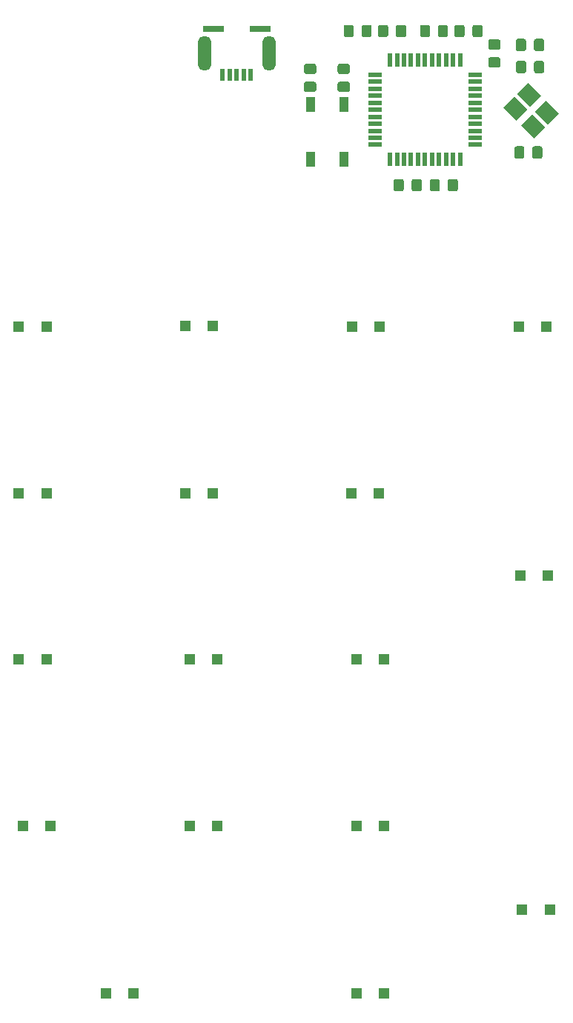
<source format=gbp>
G04 #@! TF.GenerationSoftware,KiCad,Pcbnew,(5.1.5)-3*
G04 #@! TF.CreationDate,2020-06-24T14:41:19-07:00*
G04 #@! TF.ProjectId,numpad,6e756d70-6164-42e6-9b69-6361645f7063,rev?*
G04 #@! TF.SameCoordinates,Original*
G04 #@! TF.FileFunction,Paste,Bot*
G04 #@! TF.FilePolarity,Positive*
%FSLAX46Y46*%
G04 Gerber Fmt 4.6, Leading zero omitted, Abs format (unit mm)*
G04 Created by KiCad (PCBNEW (5.1.5)-3) date 2020-06-24 14:41:19*
%MOMM*%
%LPD*%
G04 APERTURE LIST*
%ADD10R,1.200000X1.200000*%
%ADD11C,0.100000*%
%ADD12R,2.350000X0.800000*%
%ADD13R,0.500000X1.400000*%
%ADD14O,1.500000X4.000000*%
%ADD15R,1.000000X1.700000*%
%ADD16R,0.550000X1.500000*%
%ADD17R,1.500000X0.550000*%
G04 APERTURE END LIST*
D10*
X122793750Y-139875000D03*
X119643750Y-139875000D03*
D11*
G36*
X169472005Y-33304954D02*
G01*
X169496273Y-33308554D01*
X169520072Y-33314515D01*
X169543171Y-33322780D01*
X169565350Y-33333270D01*
X169586393Y-33345882D01*
X169606099Y-33360497D01*
X169624277Y-33376973D01*
X169640753Y-33395151D01*
X169655368Y-33414857D01*
X169667980Y-33435900D01*
X169678470Y-33458079D01*
X169686735Y-33481178D01*
X169692696Y-33504977D01*
X169696296Y-33529245D01*
X169697500Y-33553749D01*
X169697500Y-34453751D01*
X169696296Y-34478255D01*
X169692696Y-34502523D01*
X169686735Y-34526322D01*
X169678470Y-34549421D01*
X169667980Y-34571600D01*
X169655368Y-34592643D01*
X169640753Y-34612349D01*
X169624277Y-34630527D01*
X169606099Y-34647003D01*
X169586393Y-34661618D01*
X169565350Y-34674230D01*
X169543171Y-34684720D01*
X169520072Y-34692985D01*
X169496273Y-34698946D01*
X169472005Y-34702546D01*
X169447501Y-34703750D01*
X168797499Y-34703750D01*
X168772995Y-34702546D01*
X168748727Y-34698946D01*
X168724928Y-34692985D01*
X168701829Y-34684720D01*
X168679650Y-34674230D01*
X168658607Y-34661618D01*
X168638901Y-34647003D01*
X168620723Y-34630527D01*
X168604247Y-34612349D01*
X168589632Y-34592643D01*
X168577020Y-34571600D01*
X168566530Y-34549421D01*
X168558265Y-34526322D01*
X168552304Y-34502523D01*
X168548704Y-34478255D01*
X168547500Y-34453751D01*
X168547500Y-33553749D01*
X168548704Y-33529245D01*
X168552304Y-33504977D01*
X168558265Y-33481178D01*
X168566530Y-33458079D01*
X168577020Y-33435900D01*
X168589632Y-33414857D01*
X168604247Y-33395151D01*
X168620723Y-33376973D01*
X168638901Y-33360497D01*
X168658607Y-33345882D01*
X168679650Y-33333270D01*
X168701829Y-33322780D01*
X168724928Y-33314515D01*
X168748727Y-33308554D01*
X168772995Y-33304954D01*
X168797499Y-33303750D01*
X169447501Y-33303750D01*
X169472005Y-33304954D01*
G37*
G36*
X167422005Y-33304954D02*
G01*
X167446273Y-33308554D01*
X167470072Y-33314515D01*
X167493171Y-33322780D01*
X167515350Y-33333270D01*
X167536393Y-33345882D01*
X167556099Y-33360497D01*
X167574277Y-33376973D01*
X167590753Y-33395151D01*
X167605368Y-33414857D01*
X167617980Y-33435900D01*
X167628470Y-33458079D01*
X167636735Y-33481178D01*
X167642696Y-33504977D01*
X167646296Y-33529245D01*
X167647500Y-33553749D01*
X167647500Y-34453751D01*
X167646296Y-34478255D01*
X167642696Y-34502523D01*
X167636735Y-34526322D01*
X167628470Y-34549421D01*
X167617980Y-34571600D01*
X167605368Y-34592643D01*
X167590753Y-34612349D01*
X167574277Y-34630527D01*
X167556099Y-34647003D01*
X167536393Y-34661618D01*
X167515350Y-34674230D01*
X167493171Y-34684720D01*
X167470072Y-34692985D01*
X167446273Y-34698946D01*
X167422005Y-34702546D01*
X167397501Y-34703750D01*
X166747499Y-34703750D01*
X166722995Y-34702546D01*
X166698727Y-34698946D01*
X166674928Y-34692985D01*
X166651829Y-34684720D01*
X166629650Y-34674230D01*
X166608607Y-34661618D01*
X166588901Y-34647003D01*
X166570723Y-34630527D01*
X166554247Y-34612349D01*
X166539632Y-34592643D01*
X166527020Y-34571600D01*
X166516530Y-34549421D01*
X166508265Y-34526322D01*
X166502304Y-34502523D01*
X166498704Y-34478255D01*
X166497500Y-34453751D01*
X166497500Y-33553749D01*
X166498704Y-33529245D01*
X166502304Y-33504977D01*
X166508265Y-33481178D01*
X166516530Y-33458079D01*
X166527020Y-33435900D01*
X166539632Y-33414857D01*
X166554247Y-33395151D01*
X166570723Y-33376973D01*
X166588901Y-33360497D01*
X166608607Y-33345882D01*
X166629650Y-33333270D01*
X166651829Y-33322780D01*
X166674928Y-33314515D01*
X166698727Y-33308554D01*
X166722995Y-33304954D01*
X166747499Y-33303750D01*
X167397501Y-33303750D01*
X167422005Y-33304954D01*
G37*
G36*
X167222005Y-43054954D02*
G01*
X167246273Y-43058554D01*
X167270072Y-43064515D01*
X167293171Y-43072780D01*
X167315350Y-43083270D01*
X167336393Y-43095882D01*
X167356099Y-43110497D01*
X167374277Y-43126973D01*
X167390753Y-43145151D01*
X167405368Y-43164857D01*
X167417980Y-43185900D01*
X167428470Y-43208079D01*
X167436735Y-43231178D01*
X167442696Y-43254977D01*
X167446296Y-43279245D01*
X167447500Y-43303749D01*
X167447500Y-44203751D01*
X167446296Y-44228255D01*
X167442696Y-44252523D01*
X167436735Y-44276322D01*
X167428470Y-44299421D01*
X167417980Y-44321600D01*
X167405368Y-44342643D01*
X167390753Y-44362349D01*
X167374277Y-44380527D01*
X167356099Y-44397003D01*
X167336393Y-44411618D01*
X167315350Y-44424230D01*
X167293171Y-44434720D01*
X167270072Y-44442985D01*
X167246273Y-44448946D01*
X167222005Y-44452546D01*
X167197501Y-44453750D01*
X166547499Y-44453750D01*
X166522995Y-44452546D01*
X166498727Y-44448946D01*
X166474928Y-44442985D01*
X166451829Y-44434720D01*
X166429650Y-44424230D01*
X166408607Y-44411618D01*
X166388901Y-44397003D01*
X166370723Y-44380527D01*
X166354247Y-44362349D01*
X166339632Y-44342643D01*
X166327020Y-44321600D01*
X166316530Y-44299421D01*
X166308265Y-44276322D01*
X166302304Y-44252523D01*
X166298704Y-44228255D01*
X166297500Y-44203751D01*
X166297500Y-43303749D01*
X166298704Y-43279245D01*
X166302304Y-43254977D01*
X166308265Y-43231178D01*
X166316530Y-43208079D01*
X166327020Y-43185900D01*
X166339632Y-43164857D01*
X166354247Y-43145151D01*
X166370723Y-43126973D01*
X166388901Y-43110497D01*
X166408607Y-43095882D01*
X166429650Y-43083270D01*
X166451829Y-43072780D01*
X166474928Y-43064515D01*
X166498727Y-43058554D01*
X166522995Y-43054954D01*
X166547499Y-43053750D01*
X167197501Y-43053750D01*
X167222005Y-43054954D01*
G37*
G36*
X169272005Y-43054954D02*
G01*
X169296273Y-43058554D01*
X169320072Y-43064515D01*
X169343171Y-43072780D01*
X169365350Y-43083270D01*
X169386393Y-43095882D01*
X169406099Y-43110497D01*
X169424277Y-43126973D01*
X169440753Y-43145151D01*
X169455368Y-43164857D01*
X169467980Y-43185900D01*
X169478470Y-43208079D01*
X169486735Y-43231178D01*
X169492696Y-43254977D01*
X169496296Y-43279245D01*
X169497500Y-43303749D01*
X169497500Y-44203751D01*
X169496296Y-44228255D01*
X169492696Y-44252523D01*
X169486735Y-44276322D01*
X169478470Y-44299421D01*
X169467980Y-44321600D01*
X169455368Y-44342643D01*
X169440753Y-44362349D01*
X169424277Y-44380527D01*
X169406099Y-44397003D01*
X169386393Y-44411618D01*
X169365350Y-44424230D01*
X169343171Y-44434720D01*
X169320072Y-44442985D01*
X169296273Y-44448946D01*
X169272005Y-44452546D01*
X169247501Y-44453750D01*
X168597499Y-44453750D01*
X168572995Y-44452546D01*
X168548727Y-44448946D01*
X168524928Y-44442985D01*
X168501829Y-44434720D01*
X168479650Y-44424230D01*
X168458607Y-44411618D01*
X168438901Y-44397003D01*
X168420723Y-44380527D01*
X168404247Y-44362349D01*
X168389632Y-44342643D01*
X168377020Y-44321600D01*
X168366530Y-44299421D01*
X168358265Y-44276322D01*
X168352304Y-44252523D01*
X168348704Y-44228255D01*
X168347500Y-44203751D01*
X168347500Y-43303749D01*
X168348704Y-43279245D01*
X168352304Y-43254977D01*
X168358265Y-43231178D01*
X168366530Y-43208079D01*
X168377020Y-43185900D01*
X168389632Y-43164857D01*
X168404247Y-43145151D01*
X168420723Y-43126973D01*
X168438901Y-43110497D01*
X168458607Y-43095882D01*
X168479650Y-43083270D01*
X168501829Y-43072780D01*
X168524928Y-43064515D01*
X168548727Y-43058554D01*
X168572995Y-43054954D01*
X168597499Y-43053750D01*
X169247501Y-43053750D01*
X169272005Y-43054954D01*
G37*
G36*
X160384505Y-29179954D02*
G01*
X160408773Y-29183554D01*
X160432572Y-29189515D01*
X160455671Y-29197780D01*
X160477850Y-29208270D01*
X160498893Y-29220882D01*
X160518599Y-29235497D01*
X160536777Y-29251973D01*
X160553253Y-29270151D01*
X160567868Y-29289857D01*
X160580480Y-29310900D01*
X160590970Y-29333079D01*
X160599235Y-29356178D01*
X160605196Y-29379977D01*
X160608796Y-29404245D01*
X160610000Y-29428749D01*
X160610000Y-30328751D01*
X160608796Y-30353255D01*
X160605196Y-30377523D01*
X160599235Y-30401322D01*
X160590970Y-30424421D01*
X160580480Y-30446600D01*
X160567868Y-30467643D01*
X160553253Y-30487349D01*
X160536777Y-30505527D01*
X160518599Y-30522003D01*
X160498893Y-30536618D01*
X160477850Y-30549230D01*
X160455671Y-30559720D01*
X160432572Y-30567985D01*
X160408773Y-30573946D01*
X160384505Y-30577546D01*
X160360001Y-30578750D01*
X159709999Y-30578750D01*
X159685495Y-30577546D01*
X159661227Y-30573946D01*
X159637428Y-30567985D01*
X159614329Y-30559720D01*
X159592150Y-30549230D01*
X159571107Y-30536618D01*
X159551401Y-30522003D01*
X159533223Y-30505527D01*
X159516747Y-30487349D01*
X159502132Y-30467643D01*
X159489520Y-30446600D01*
X159479030Y-30424421D01*
X159470765Y-30401322D01*
X159464804Y-30377523D01*
X159461204Y-30353255D01*
X159460000Y-30328751D01*
X159460000Y-29428749D01*
X159461204Y-29404245D01*
X159464804Y-29379977D01*
X159470765Y-29356178D01*
X159479030Y-29333079D01*
X159489520Y-29310900D01*
X159502132Y-29289857D01*
X159516747Y-29270151D01*
X159533223Y-29251973D01*
X159551401Y-29235497D01*
X159571107Y-29220882D01*
X159592150Y-29208270D01*
X159614329Y-29197780D01*
X159637428Y-29189515D01*
X159661227Y-29183554D01*
X159685495Y-29179954D01*
X159709999Y-29178750D01*
X160360001Y-29178750D01*
X160384505Y-29179954D01*
G37*
G36*
X162434505Y-29179954D02*
G01*
X162458773Y-29183554D01*
X162482572Y-29189515D01*
X162505671Y-29197780D01*
X162527850Y-29208270D01*
X162548893Y-29220882D01*
X162568599Y-29235497D01*
X162586777Y-29251973D01*
X162603253Y-29270151D01*
X162617868Y-29289857D01*
X162630480Y-29310900D01*
X162640970Y-29333079D01*
X162649235Y-29356178D01*
X162655196Y-29379977D01*
X162658796Y-29404245D01*
X162660000Y-29428749D01*
X162660000Y-30328751D01*
X162658796Y-30353255D01*
X162655196Y-30377523D01*
X162649235Y-30401322D01*
X162640970Y-30424421D01*
X162630480Y-30446600D01*
X162617868Y-30467643D01*
X162603253Y-30487349D01*
X162586777Y-30505527D01*
X162568599Y-30522003D01*
X162548893Y-30536618D01*
X162527850Y-30549230D01*
X162505671Y-30559720D01*
X162482572Y-30567985D01*
X162458773Y-30573946D01*
X162434505Y-30577546D01*
X162410001Y-30578750D01*
X161759999Y-30578750D01*
X161735495Y-30577546D01*
X161711227Y-30573946D01*
X161687428Y-30567985D01*
X161664329Y-30559720D01*
X161642150Y-30549230D01*
X161621107Y-30536618D01*
X161601401Y-30522003D01*
X161583223Y-30505527D01*
X161566747Y-30487349D01*
X161552132Y-30467643D01*
X161539520Y-30446600D01*
X161529030Y-30424421D01*
X161520765Y-30401322D01*
X161514804Y-30377523D01*
X161511204Y-30353255D01*
X161510000Y-30328751D01*
X161510000Y-29428749D01*
X161511204Y-29404245D01*
X161514804Y-29379977D01*
X161520765Y-29356178D01*
X161529030Y-29333079D01*
X161539520Y-29310900D01*
X161552132Y-29289857D01*
X161566747Y-29270151D01*
X161583223Y-29251973D01*
X161601401Y-29235497D01*
X161621107Y-29220882D01*
X161642150Y-29208270D01*
X161664329Y-29197780D01*
X161687428Y-29189515D01*
X161711227Y-29183554D01*
X161735495Y-29179954D01*
X161759999Y-29178750D01*
X162410001Y-29178750D01*
X162434505Y-29179954D01*
G37*
G36*
X169459505Y-30773704D02*
G01*
X169483773Y-30777304D01*
X169507572Y-30783265D01*
X169530671Y-30791530D01*
X169552850Y-30802020D01*
X169573893Y-30814632D01*
X169593599Y-30829247D01*
X169611777Y-30845723D01*
X169628253Y-30863901D01*
X169642868Y-30883607D01*
X169655480Y-30904650D01*
X169665970Y-30926829D01*
X169674235Y-30949928D01*
X169680196Y-30973727D01*
X169683796Y-30997995D01*
X169685000Y-31022499D01*
X169685000Y-31922501D01*
X169683796Y-31947005D01*
X169680196Y-31971273D01*
X169674235Y-31995072D01*
X169665970Y-32018171D01*
X169655480Y-32040350D01*
X169642868Y-32061393D01*
X169628253Y-32081099D01*
X169611777Y-32099277D01*
X169593599Y-32115753D01*
X169573893Y-32130368D01*
X169552850Y-32142980D01*
X169530671Y-32153470D01*
X169507572Y-32161735D01*
X169483773Y-32167696D01*
X169459505Y-32171296D01*
X169435001Y-32172500D01*
X168784999Y-32172500D01*
X168760495Y-32171296D01*
X168736227Y-32167696D01*
X168712428Y-32161735D01*
X168689329Y-32153470D01*
X168667150Y-32142980D01*
X168646107Y-32130368D01*
X168626401Y-32115753D01*
X168608223Y-32099277D01*
X168591747Y-32081099D01*
X168577132Y-32061393D01*
X168564520Y-32040350D01*
X168554030Y-32018171D01*
X168545765Y-31995072D01*
X168539804Y-31971273D01*
X168536204Y-31947005D01*
X168535000Y-31922501D01*
X168535000Y-31022499D01*
X168536204Y-30997995D01*
X168539804Y-30973727D01*
X168545765Y-30949928D01*
X168554030Y-30926829D01*
X168564520Y-30904650D01*
X168577132Y-30883607D01*
X168591747Y-30863901D01*
X168608223Y-30845723D01*
X168626401Y-30829247D01*
X168646107Y-30814632D01*
X168667150Y-30802020D01*
X168689329Y-30791530D01*
X168712428Y-30783265D01*
X168736227Y-30777304D01*
X168760495Y-30773704D01*
X168784999Y-30772500D01*
X169435001Y-30772500D01*
X169459505Y-30773704D01*
G37*
G36*
X167409505Y-30773704D02*
G01*
X167433773Y-30777304D01*
X167457572Y-30783265D01*
X167480671Y-30791530D01*
X167502850Y-30802020D01*
X167523893Y-30814632D01*
X167543599Y-30829247D01*
X167561777Y-30845723D01*
X167578253Y-30863901D01*
X167592868Y-30883607D01*
X167605480Y-30904650D01*
X167615970Y-30926829D01*
X167624235Y-30949928D01*
X167630196Y-30973727D01*
X167633796Y-30997995D01*
X167635000Y-31022499D01*
X167635000Y-31922501D01*
X167633796Y-31947005D01*
X167630196Y-31971273D01*
X167624235Y-31995072D01*
X167615970Y-32018171D01*
X167605480Y-32040350D01*
X167592868Y-32061393D01*
X167578253Y-32081099D01*
X167561777Y-32099277D01*
X167543599Y-32115753D01*
X167523893Y-32130368D01*
X167502850Y-32142980D01*
X167480671Y-32153470D01*
X167457572Y-32161735D01*
X167433773Y-32167696D01*
X167409505Y-32171296D01*
X167385001Y-32172500D01*
X166734999Y-32172500D01*
X166710495Y-32171296D01*
X166686227Y-32167696D01*
X166662428Y-32161735D01*
X166639329Y-32153470D01*
X166617150Y-32142980D01*
X166596107Y-32130368D01*
X166576401Y-32115753D01*
X166558223Y-32099277D01*
X166541747Y-32081099D01*
X166527132Y-32061393D01*
X166514520Y-32040350D01*
X166504030Y-32018171D01*
X166495765Y-31995072D01*
X166489804Y-31971273D01*
X166486204Y-31947005D01*
X166485000Y-31922501D01*
X166485000Y-31022499D01*
X166486204Y-30997995D01*
X166489804Y-30973727D01*
X166495765Y-30949928D01*
X166504030Y-30926829D01*
X166514520Y-30904650D01*
X166527132Y-30883607D01*
X166541747Y-30863901D01*
X166558223Y-30845723D01*
X166576401Y-30829247D01*
X166596107Y-30814632D01*
X166617150Y-30802020D01*
X166639329Y-30791530D01*
X166662428Y-30783265D01*
X166686227Y-30777304D01*
X166710495Y-30773704D01*
X166734999Y-30772500D01*
X167385001Y-30772500D01*
X167409505Y-30773704D01*
G37*
G36*
X159622005Y-46804954D02*
G01*
X159646273Y-46808554D01*
X159670072Y-46814515D01*
X159693171Y-46822780D01*
X159715350Y-46833270D01*
X159736393Y-46845882D01*
X159756099Y-46860497D01*
X159774277Y-46876973D01*
X159790753Y-46895151D01*
X159805368Y-46914857D01*
X159817980Y-46935900D01*
X159828470Y-46958079D01*
X159836735Y-46981178D01*
X159842696Y-47004977D01*
X159846296Y-47029245D01*
X159847500Y-47053749D01*
X159847500Y-47953751D01*
X159846296Y-47978255D01*
X159842696Y-48002523D01*
X159836735Y-48026322D01*
X159828470Y-48049421D01*
X159817980Y-48071600D01*
X159805368Y-48092643D01*
X159790753Y-48112349D01*
X159774277Y-48130527D01*
X159756099Y-48147003D01*
X159736393Y-48161618D01*
X159715350Y-48174230D01*
X159693171Y-48184720D01*
X159670072Y-48192985D01*
X159646273Y-48198946D01*
X159622005Y-48202546D01*
X159597501Y-48203750D01*
X158947499Y-48203750D01*
X158922995Y-48202546D01*
X158898727Y-48198946D01*
X158874928Y-48192985D01*
X158851829Y-48184720D01*
X158829650Y-48174230D01*
X158808607Y-48161618D01*
X158788901Y-48147003D01*
X158770723Y-48130527D01*
X158754247Y-48112349D01*
X158739632Y-48092643D01*
X158727020Y-48071600D01*
X158716530Y-48049421D01*
X158708265Y-48026322D01*
X158702304Y-48002523D01*
X158698704Y-47978255D01*
X158697500Y-47953751D01*
X158697500Y-47053749D01*
X158698704Y-47029245D01*
X158702304Y-47004977D01*
X158708265Y-46981178D01*
X158716530Y-46958079D01*
X158727020Y-46935900D01*
X158739632Y-46914857D01*
X158754247Y-46895151D01*
X158770723Y-46876973D01*
X158788901Y-46860497D01*
X158808607Y-46845882D01*
X158829650Y-46833270D01*
X158851829Y-46822780D01*
X158874928Y-46814515D01*
X158898727Y-46808554D01*
X158922995Y-46804954D01*
X158947499Y-46803750D01*
X159597501Y-46803750D01*
X159622005Y-46804954D01*
G37*
G36*
X157572005Y-46804954D02*
G01*
X157596273Y-46808554D01*
X157620072Y-46814515D01*
X157643171Y-46822780D01*
X157665350Y-46833270D01*
X157686393Y-46845882D01*
X157706099Y-46860497D01*
X157724277Y-46876973D01*
X157740753Y-46895151D01*
X157755368Y-46914857D01*
X157767980Y-46935900D01*
X157778470Y-46958079D01*
X157786735Y-46981178D01*
X157792696Y-47004977D01*
X157796296Y-47029245D01*
X157797500Y-47053749D01*
X157797500Y-47953751D01*
X157796296Y-47978255D01*
X157792696Y-48002523D01*
X157786735Y-48026322D01*
X157778470Y-48049421D01*
X157767980Y-48071600D01*
X157755368Y-48092643D01*
X157740753Y-48112349D01*
X157724277Y-48130527D01*
X157706099Y-48147003D01*
X157686393Y-48161618D01*
X157665350Y-48174230D01*
X157643171Y-48184720D01*
X157620072Y-48192985D01*
X157596273Y-48198946D01*
X157572005Y-48202546D01*
X157547501Y-48203750D01*
X156897499Y-48203750D01*
X156872995Y-48202546D01*
X156848727Y-48198946D01*
X156824928Y-48192985D01*
X156801829Y-48184720D01*
X156779650Y-48174230D01*
X156758607Y-48161618D01*
X156738901Y-48147003D01*
X156720723Y-48130527D01*
X156704247Y-48112349D01*
X156689632Y-48092643D01*
X156677020Y-48071600D01*
X156666530Y-48049421D01*
X156658265Y-48026322D01*
X156652304Y-48002523D01*
X156648704Y-47978255D01*
X156647500Y-47953751D01*
X156647500Y-47053749D01*
X156648704Y-47029245D01*
X156652304Y-47004977D01*
X156658265Y-46981178D01*
X156666530Y-46958079D01*
X156677020Y-46935900D01*
X156689632Y-46914857D01*
X156704247Y-46895151D01*
X156720723Y-46876973D01*
X156738901Y-46860497D01*
X156758607Y-46845882D01*
X156779650Y-46833270D01*
X156801829Y-46822780D01*
X156824928Y-46814515D01*
X156848727Y-46808554D01*
X156872995Y-46804954D01*
X156897499Y-46803750D01*
X157547501Y-46803750D01*
X157572005Y-46804954D01*
G37*
G36*
X147284505Y-35679954D02*
G01*
X147308773Y-35683554D01*
X147332572Y-35689515D01*
X147355671Y-35697780D01*
X147377850Y-35708270D01*
X147398893Y-35720882D01*
X147418599Y-35735497D01*
X147436777Y-35751973D01*
X147453253Y-35770151D01*
X147467868Y-35789857D01*
X147480480Y-35810900D01*
X147490970Y-35833079D01*
X147499235Y-35856178D01*
X147505196Y-35879977D01*
X147508796Y-35904245D01*
X147510000Y-35928749D01*
X147510000Y-36578751D01*
X147508796Y-36603255D01*
X147505196Y-36627523D01*
X147499235Y-36651322D01*
X147490970Y-36674421D01*
X147480480Y-36696600D01*
X147467868Y-36717643D01*
X147453253Y-36737349D01*
X147436777Y-36755527D01*
X147418599Y-36772003D01*
X147398893Y-36786618D01*
X147377850Y-36799230D01*
X147355671Y-36809720D01*
X147332572Y-36817985D01*
X147308773Y-36823946D01*
X147284505Y-36827546D01*
X147260001Y-36828750D01*
X146359999Y-36828750D01*
X146335495Y-36827546D01*
X146311227Y-36823946D01*
X146287428Y-36817985D01*
X146264329Y-36809720D01*
X146242150Y-36799230D01*
X146221107Y-36786618D01*
X146201401Y-36772003D01*
X146183223Y-36755527D01*
X146166747Y-36737349D01*
X146152132Y-36717643D01*
X146139520Y-36696600D01*
X146129030Y-36674421D01*
X146120765Y-36651322D01*
X146114804Y-36627523D01*
X146111204Y-36603255D01*
X146110000Y-36578751D01*
X146110000Y-35928749D01*
X146111204Y-35904245D01*
X146114804Y-35879977D01*
X146120765Y-35856178D01*
X146129030Y-35833079D01*
X146139520Y-35810900D01*
X146152132Y-35789857D01*
X146166747Y-35770151D01*
X146183223Y-35751973D01*
X146201401Y-35735497D01*
X146221107Y-35720882D01*
X146242150Y-35708270D01*
X146264329Y-35697780D01*
X146287428Y-35689515D01*
X146311227Y-35683554D01*
X146335495Y-35679954D01*
X146359999Y-35678750D01*
X147260001Y-35678750D01*
X147284505Y-35679954D01*
G37*
G36*
X147284505Y-33629954D02*
G01*
X147308773Y-33633554D01*
X147332572Y-33639515D01*
X147355671Y-33647780D01*
X147377850Y-33658270D01*
X147398893Y-33670882D01*
X147418599Y-33685497D01*
X147436777Y-33701973D01*
X147453253Y-33720151D01*
X147467868Y-33739857D01*
X147480480Y-33760900D01*
X147490970Y-33783079D01*
X147499235Y-33806178D01*
X147505196Y-33829977D01*
X147508796Y-33854245D01*
X147510000Y-33878749D01*
X147510000Y-34528751D01*
X147508796Y-34553255D01*
X147505196Y-34577523D01*
X147499235Y-34601322D01*
X147490970Y-34624421D01*
X147480480Y-34646600D01*
X147467868Y-34667643D01*
X147453253Y-34687349D01*
X147436777Y-34705527D01*
X147418599Y-34722003D01*
X147398893Y-34736618D01*
X147377850Y-34749230D01*
X147355671Y-34759720D01*
X147332572Y-34767985D01*
X147308773Y-34773946D01*
X147284505Y-34777546D01*
X147260001Y-34778750D01*
X146359999Y-34778750D01*
X146335495Y-34777546D01*
X146311227Y-34773946D01*
X146287428Y-34767985D01*
X146264329Y-34759720D01*
X146242150Y-34749230D01*
X146221107Y-34736618D01*
X146201401Y-34722003D01*
X146183223Y-34705527D01*
X146166747Y-34687349D01*
X146152132Y-34667643D01*
X146139520Y-34646600D01*
X146129030Y-34624421D01*
X146120765Y-34601322D01*
X146114804Y-34577523D01*
X146111204Y-34553255D01*
X146110000Y-34528751D01*
X146110000Y-33878749D01*
X146111204Y-33854245D01*
X146114804Y-33829977D01*
X146120765Y-33806178D01*
X146129030Y-33783079D01*
X146139520Y-33760900D01*
X146152132Y-33739857D01*
X146166747Y-33720151D01*
X146183223Y-33701973D01*
X146201401Y-33685497D01*
X146221107Y-33670882D01*
X146242150Y-33658270D01*
X146264329Y-33647780D01*
X146287428Y-33639515D01*
X146311227Y-33633554D01*
X146335495Y-33629954D01*
X146359999Y-33628750D01*
X147260001Y-33628750D01*
X147284505Y-33629954D01*
G37*
G36*
X149772005Y-29179954D02*
G01*
X149796273Y-29183554D01*
X149820072Y-29189515D01*
X149843171Y-29197780D01*
X149865350Y-29208270D01*
X149886393Y-29220882D01*
X149906099Y-29235497D01*
X149924277Y-29251973D01*
X149940753Y-29270151D01*
X149955368Y-29289857D01*
X149967980Y-29310900D01*
X149978470Y-29333079D01*
X149986735Y-29356178D01*
X149992696Y-29379977D01*
X149996296Y-29404245D01*
X149997500Y-29428749D01*
X149997500Y-30328751D01*
X149996296Y-30353255D01*
X149992696Y-30377523D01*
X149986735Y-30401322D01*
X149978470Y-30424421D01*
X149967980Y-30446600D01*
X149955368Y-30467643D01*
X149940753Y-30487349D01*
X149924277Y-30505527D01*
X149906099Y-30522003D01*
X149886393Y-30536618D01*
X149865350Y-30549230D01*
X149843171Y-30559720D01*
X149820072Y-30567985D01*
X149796273Y-30573946D01*
X149772005Y-30577546D01*
X149747501Y-30578750D01*
X149097499Y-30578750D01*
X149072995Y-30577546D01*
X149048727Y-30573946D01*
X149024928Y-30567985D01*
X149001829Y-30559720D01*
X148979650Y-30549230D01*
X148958607Y-30536618D01*
X148938901Y-30522003D01*
X148920723Y-30505527D01*
X148904247Y-30487349D01*
X148889632Y-30467643D01*
X148877020Y-30446600D01*
X148866530Y-30424421D01*
X148858265Y-30401322D01*
X148852304Y-30377523D01*
X148848704Y-30353255D01*
X148847500Y-30328751D01*
X148847500Y-29428749D01*
X148848704Y-29404245D01*
X148852304Y-29379977D01*
X148858265Y-29356178D01*
X148866530Y-29333079D01*
X148877020Y-29310900D01*
X148889632Y-29289857D01*
X148904247Y-29270151D01*
X148920723Y-29251973D01*
X148938901Y-29235497D01*
X148958607Y-29220882D01*
X148979650Y-29208270D01*
X149001829Y-29197780D01*
X149024928Y-29189515D01*
X149048727Y-29183554D01*
X149072995Y-29179954D01*
X149097499Y-29178750D01*
X149747501Y-29178750D01*
X149772005Y-29179954D01*
G37*
G36*
X147722005Y-29179954D02*
G01*
X147746273Y-29183554D01*
X147770072Y-29189515D01*
X147793171Y-29197780D01*
X147815350Y-29208270D01*
X147836393Y-29220882D01*
X147856099Y-29235497D01*
X147874277Y-29251973D01*
X147890753Y-29270151D01*
X147905368Y-29289857D01*
X147917980Y-29310900D01*
X147928470Y-29333079D01*
X147936735Y-29356178D01*
X147942696Y-29379977D01*
X147946296Y-29404245D01*
X147947500Y-29428749D01*
X147947500Y-30328751D01*
X147946296Y-30353255D01*
X147942696Y-30377523D01*
X147936735Y-30401322D01*
X147928470Y-30424421D01*
X147917980Y-30446600D01*
X147905368Y-30467643D01*
X147890753Y-30487349D01*
X147874277Y-30505527D01*
X147856099Y-30522003D01*
X147836393Y-30536618D01*
X147815350Y-30549230D01*
X147793171Y-30559720D01*
X147770072Y-30567985D01*
X147746273Y-30573946D01*
X147722005Y-30577546D01*
X147697501Y-30578750D01*
X147047499Y-30578750D01*
X147022995Y-30577546D01*
X146998727Y-30573946D01*
X146974928Y-30567985D01*
X146951829Y-30559720D01*
X146929650Y-30549230D01*
X146908607Y-30536618D01*
X146888901Y-30522003D01*
X146870723Y-30505527D01*
X146854247Y-30487349D01*
X146839632Y-30467643D01*
X146827020Y-30446600D01*
X146816530Y-30424421D01*
X146808265Y-30401322D01*
X146802304Y-30377523D01*
X146798704Y-30353255D01*
X146797500Y-30328751D01*
X146797500Y-29428749D01*
X146798704Y-29404245D01*
X146802304Y-29379977D01*
X146808265Y-29356178D01*
X146816530Y-29333079D01*
X146827020Y-29310900D01*
X146839632Y-29289857D01*
X146854247Y-29270151D01*
X146870723Y-29251973D01*
X146888901Y-29235497D01*
X146908607Y-29220882D01*
X146929650Y-29208270D01*
X146951829Y-29197780D01*
X146974928Y-29189515D01*
X146998727Y-29183554D01*
X147022995Y-29179954D01*
X147047499Y-29178750D01*
X147697501Y-29178750D01*
X147722005Y-29179954D01*
G37*
G36*
X158490755Y-29179954D02*
G01*
X158515023Y-29183554D01*
X158538822Y-29189515D01*
X158561921Y-29197780D01*
X158584100Y-29208270D01*
X158605143Y-29220882D01*
X158624849Y-29235497D01*
X158643027Y-29251973D01*
X158659503Y-29270151D01*
X158674118Y-29289857D01*
X158686730Y-29310900D01*
X158697220Y-29333079D01*
X158705485Y-29356178D01*
X158711446Y-29379977D01*
X158715046Y-29404245D01*
X158716250Y-29428749D01*
X158716250Y-30328751D01*
X158715046Y-30353255D01*
X158711446Y-30377523D01*
X158705485Y-30401322D01*
X158697220Y-30424421D01*
X158686730Y-30446600D01*
X158674118Y-30467643D01*
X158659503Y-30487349D01*
X158643027Y-30505527D01*
X158624849Y-30522003D01*
X158605143Y-30536618D01*
X158584100Y-30549230D01*
X158561921Y-30559720D01*
X158538822Y-30567985D01*
X158515023Y-30573946D01*
X158490755Y-30577546D01*
X158466251Y-30578750D01*
X157816249Y-30578750D01*
X157791745Y-30577546D01*
X157767477Y-30573946D01*
X157743678Y-30567985D01*
X157720579Y-30559720D01*
X157698400Y-30549230D01*
X157677357Y-30536618D01*
X157657651Y-30522003D01*
X157639473Y-30505527D01*
X157622997Y-30487349D01*
X157608382Y-30467643D01*
X157595770Y-30446600D01*
X157585280Y-30424421D01*
X157577015Y-30401322D01*
X157571054Y-30377523D01*
X157567454Y-30353255D01*
X157566250Y-30328751D01*
X157566250Y-29428749D01*
X157567454Y-29404245D01*
X157571054Y-29379977D01*
X157577015Y-29356178D01*
X157585280Y-29333079D01*
X157595770Y-29310900D01*
X157608382Y-29289857D01*
X157622997Y-29270151D01*
X157639473Y-29251973D01*
X157657651Y-29235497D01*
X157677357Y-29220882D01*
X157698400Y-29208270D01*
X157720579Y-29197780D01*
X157743678Y-29189515D01*
X157767477Y-29183554D01*
X157791745Y-29179954D01*
X157816249Y-29178750D01*
X158466251Y-29178750D01*
X158490755Y-29179954D01*
G37*
G36*
X156440755Y-29179954D02*
G01*
X156465023Y-29183554D01*
X156488822Y-29189515D01*
X156511921Y-29197780D01*
X156534100Y-29208270D01*
X156555143Y-29220882D01*
X156574849Y-29235497D01*
X156593027Y-29251973D01*
X156609503Y-29270151D01*
X156624118Y-29289857D01*
X156636730Y-29310900D01*
X156647220Y-29333079D01*
X156655485Y-29356178D01*
X156661446Y-29379977D01*
X156665046Y-29404245D01*
X156666250Y-29428749D01*
X156666250Y-30328751D01*
X156665046Y-30353255D01*
X156661446Y-30377523D01*
X156655485Y-30401322D01*
X156647220Y-30424421D01*
X156636730Y-30446600D01*
X156624118Y-30467643D01*
X156609503Y-30487349D01*
X156593027Y-30505527D01*
X156574849Y-30522003D01*
X156555143Y-30536618D01*
X156534100Y-30549230D01*
X156511921Y-30559720D01*
X156488822Y-30567985D01*
X156465023Y-30573946D01*
X156440755Y-30577546D01*
X156416251Y-30578750D01*
X155766249Y-30578750D01*
X155741745Y-30577546D01*
X155717477Y-30573946D01*
X155693678Y-30567985D01*
X155670579Y-30559720D01*
X155648400Y-30549230D01*
X155627357Y-30536618D01*
X155607651Y-30522003D01*
X155589473Y-30505527D01*
X155572997Y-30487349D01*
X155558382Y-30467643D01*
X155545770Y-30446600D01*
X155535280Y-30424421D01*
X155527015Y-30401322D01*
X155521054Y-30377523D01*
X155517454Y-30353255D01*
X155516250Y-30328751D01*
X155516250Y-29428749D01*
X155517454Y-29404245D01*
X155521054Y-29379977D01*
X155527015Y-29356178D01*
X155535280Y-29333079D01*
X155545770Y-29310900D01*
X155558382Y-29289857D01*
X155572997Y-29270151D01*
X155589473Y-29251973D01*
X155607651Y-29235497D01*
X155627357Y-29220882D01*
X155648400Y-29208270D01*
X155670579Y-29197780D01*
X155693678Y-29189515D01*
X155717477Y-29183554D01*
X155741745Y-29179954D01*
X155766249Y-29178750D01*
X156416251Y-29178750D01*
X156440755Y-29179954D01*
G37*
D10*
X109706250Y-63656250D03*
X112856250Y-63656250D03*
X112856250Y-82687500D03*
X109706250Y-82687500D03*
X109706250Y-101718750D03*
X112856250Y-101718750D03*
X113325000Y-120750000D03*
X110175000Y-120750000D03*
X131887500Y-63562500D03*
X128737500Y-63562500D03*
X128737500Y-82687500D03*
X131887500Y-82687500D03*
X132356250Y-101718750D03*
X129206250Y-101718750D03*
X129206250Y-120750000D03*
X132356250Y-120750000D03*
X147768750Y-63656250D03*
X150918750Y-63656250D03*
X150843750Y-82687500D03*
X147693750Y-82687500D03*
X151387500Y-101718750D03*
X148237500Y-101718750D03*
X151387500Y-120750000D03*
X148237500Y-120750000D03*
X151387500Y-139875000D03*
X148237500Y-139875000D03*
X166800000Y-63656250D03*
X169950000Y-63656250D03*
X166987500Y-92156250D03*
X170137500Y-92156250D03*
X167193750Y-130312500D03*
X170343750Y-130312500D03*
D12*
X137265000Y-29650000D03*
X131915000Y-29650000D03*
D13*
X132990000Y-34850000D03*
X133790000Y-34850000D03*
X134590000Y-34850000D03*
X135390000Y-34850000D03*
X136190000Y-34850000D03*
D14*
X130940000Y-32450000D03*
X138240000Y-32450000D03*
D11*
G36*
X143440755Y-35679954D02*
G01*
X143465023Y-35683554D01*
X143488822Y-35689515D01*
X143511921Y-35697780D01*
X143534100Y-35708270D01*
X143555143Y-35720882D01*
X143574849Y-35735497D01*
X143593027Y-35751973D01*
X143609503Y-35770151D01*
X143624118Y-35789857D01*
X143636730Y-35810900D01*
X143647220Y-35833079D01*
X143655485Y-35856178D01*
X143661446Y-35879977D01*
X143665046Y-35904245D01*
X143666250Y-35928749D01*
X143666250Y-36578751D01*
X143665046Y-36603255D01*
X143661446Y-36627523D01*
X143655485Y-36651322D01*
X143647220Y-36674421D01*
X143636730Y-36696600D01*
X143624118Y-36717643D01*
X143609503Y-36737349D01*
X143593027Y-36755527D01*
X143574849Y-36772003D01*
X143555143Y-36786618D01*
X143534100Y-36799230D01*
X143511921Y-36809720D01*
X143488822Y-36817985D01*
X143465023Y-36823946D01*
X143440755Y-36827546D01*
X143416251Y-36828750D01*
X142516249Y-36828750D01*
X142491745Y-36827546D01*
X142467477Y-36823946D01*
X142443678Y-36817985D01*
X142420579Y-36809720D01*
X142398400Y-36799230D01*
X142377357Y-36786618D01*
X142357651Y-36772003D01*
X142339473Y-36755527D01*
X142322997Y-36737349D01*
X142308382Y-36717643D01*
X142295770Y-36696600D01*
X142285280Y-36674421D01*
X142277015Y-36651322D01*
X142271054Y-36627523D01*
X142267454Y-36603255D01*
X142266250Y-36578751D01*
X142266250Y-35928749D01*
X142267454Y-35904245D01*
X142271054Y-35879977D01*
X142277015Y-35856178D01*
X142285280Y-35833079D01*
X142295770Y-35810900D01*
X142308382Y-35789857D01*
X142322997Y-35770151D01*
X142339473Y-35751973D01*
X142357651Y-35735497D01*
X142377357Y-35720882D01*
X142398400Y-35708270D01*
X142420579Y-35697780D01*
X142443678Y-35689515D01*
X142467477Y-35683554D01*
X142491745Y-35679954D01*
X142516249Y-35678750D01*
X143416251Y-35678750D01*
X143440755Y-35679954D01*
G37*
G36*
X143440755Y-33629954D02*
G01*
X143465023Y-33633554D01*
X143488822Y-33639515D01*
X143511921Y-33647780D01*
X143534100Y-33658270D01*
X143555143Y-33670882D01*
X143574849Y-33685497D01*
X143593027Y-33701973D01*
X143609503Y-33720151D01*
X143624118Y-33739857D01*
X143636730Y-33760900D01*
X143647220Y-33783079D01*
X143655485Y-33806178D01*
X143661446Y-33829977D01*
X143665046Y-33854245D01*
X143666250Y-33878749D01*
X143666250Y-34528751D01*
X143665046Y-34553255D01*
X143661446Y-34577523D01*
X143655485Y-34601322D01*
X143647220Y-34624421D01*
X143636730Y-34646600D01*
X143624118Y-34667643D01*
X143609503Y-34687349D01*
X143593027Y-34705527D01*
X143574849Y-34722003D01*
X143555143Y-34736618D01*
X143534100Y-34749230D01*
X143511921Y-34759720D01*
X143488822Y-34767985D01*
X143465023Y-34773946D01*
X143440755Y-34777546D01*
X143416251Y-34778750D01*
X142516249Y-34778750D01*
X142491745Y-34777546D01*
X142467477Y-34773946D01*
X142443678Y-34767985D01*
X142420579Y-34759720D01*
X142398400Y-34749230D01*
X142377357Y-34736618D01*
X142357651Y-34722003D01*
X142339473Y-34705527D01*
X142322997Y-34687349D01*
X142308382Y-34667643D01*
X142295770Y-34646600D01*
X142285280Y-34624421D01*
X142277015Y-34601322D01*
X142271054Y-34577523D01*
X142267454Y-34553255D01*
X142266250Y-34528751D01*
X142266250Y-33878749D01*
X142267454Y-33854245D01*
X142271054Y-33829977D01*
X142277015Y-33806178D01*
X142285280Y-33783079D01*
X142295770Y-33760900D01*
X142308382Y-33739857D01*
X142322997Y-33720151D01*
X142339473Y-33701973D01*
X142357651Y-33685497D01*
X142377357Y-33670882D01*
X142398400Y-33658270D01*
X142420579Y-33647780D01*
X142443678Y-33639515D01*
X142467477Y-33633554D01*
X142491745Y-33629954D01*
X142516249Y-33628750D01*
X143416251Y-33628750D01*
X143440755Y-33629954D01*
G37*
G36*
X153440755Y-46804954D02*
G01*
X153465023Y-46808554D01*
X153488822Y-46814515D01*
X153511921Y-46822780D01*
X153534100Y-46833270D01*
X153555143Y-46845882D01*
X153574849Y-46860497D01*
X153593027Y-46876973D01*
X153609503Y-46895151D01*
X153624118Y-46914857D01*
X153636730Y-46935900D01*
X153647220Y-46958079D01*
X153655485Y-46981178D01*
X153661446Y-47004977D01*
X153665046Y-47029245D01*
X153666250Y-47053749D01*
X153666250Y-47953751D01*
X153665046Y-47978255D01*
X153661446Y-48002523D01*
X153655485Y-48026322D01*
X153647220Y-48049421D01*
X153636730Y-48071600D01*
X153624118Y-48092643D01*
X153609503Y-48112349D01*
X153593027Y-48130527D01*
X153574849Y-48147003D01*
X153555143Y-48161618D01*
X153534100Y-48174230D01*
X153511921Y-48184720D01*
X153488822Y-48192985D01*
X153465023Y-48198946D01*
X153440755Y-48202546D01*
X153416251Y-48203750D01*
X152766249Y-48203750D01*
X152741745Y-48202546D01*
X152717477Y-48198946D01*
X152693678Y-48192985D01*
X152670579Y-48184720D01*
X152648400Y-48174230D01*
X152627357Y-48161618D01*
X152607651Y-48147003D01*
X152589473Y-48130527D01*
X152572997Y-48112349D01*
X152558382Y-48092643D01*
X152545770Y-48071600D01*
X152535280Y-48049421D01*
X152527015Y-48026322D01*
X152521054Y-48002523D01*
X152517454Y-47978255D01*
X152516250Y-47953751D01*
X152516250Y-47053749D01*
X152517454Y-47029245D01*
X152521054Y-47004977D01*
X152527015Y-46981178D01*
X152535280Y-46958079D01*
X152545770Y-46935900D01*
X152558382Y-46914857D01*
X152572997Y-46895151D01*
X152589473Y-46876973D01*
X152607651Y-46860497D01*
X152627357Y-46845882D01*
X152648400Y-46833270D01*
X152670579Y-46822780D01*
X152693678Y-46814515D01*
X152717477Y-46808554D01*
X152741745Y-46804954D01*
X152766249Y-46803750D01*
X153416251Y-46803750D01*
X153440755Y-46804954D01*
G37*
G36*
X155490755Y-46804954D02*
G01*
X155515023Y-46808554D01*
X155538822Y-46814515D01*
X155561921Y-46822780D01*
X155584100Y-46833270D01*
X155605143Y-46845882D01*
X155624849Y-46860497D01*
X155643027Y-46876973D01*
X155659503Y-46895151D01*
X155674118Y-46914857D01*
X155686730Y-46935900D01*
X155697220Y-46958079D01*
X155705485Y-46981178D01*
X155711446Y-47004977D01*
X155715046Y-47029245D01*
X155716250Y-47053749D01*
X155716250Y-47953751D01*
X155715046Y-47978255D01*
X155711446Y-48002523D01*
X155705485Y-48026322D01*
X155697220Y-48049421D01*
X155686730Y-48071600D01*
X155674118Y-48092643D01*
X155659503Y-48112349D01*
X155643027Y-48130527D01*
X155624849Y-48147003D01*
X155605143Y-48161618D01*
X155584100Y-48174230D01*
X155561921Y-48184720D01*
X155538822Y-48192985D01*
X155515023Y-48198946D01*
X155490755Y-48202546D01*
X155466251Y-48203750D01*
X154816249Y-48203750D01*
X154791745Y-48202546D01*
X154767477Y-48198946D01*
X154743678Y-48192985D01*
X154720579Y-48184720D01*
X154698400Y-48174230D01*
X154677357Y-48161618D01*
X154657651Y-48147003D01*
X154639473Y-48130527D01*
X154622997Y-48112349D01*
X154608382Y-48092643D01*
X154595770Y-48071600D01*
X154585280Y-48049421D01*
X154577015Y-48026322D01*
X154571054Y-48002523D01*
X154567454Y-47978255D01*
X154566250Y-47953751D01*
X154566250Y-47053749D01*
X154567454Y-47029245D01*
X154571054Y-47004977D01*
X154577015Y-46981178D01*
X154585280Y-46958079D01*
X154595770Y-46935900D01*
X154608382Y-46914857D01*
X154622997Y-46895151D01*
X154639473Y-46876973D01*
X154657651Y-46860497D01*
X154677357Y-46845882D01*
X154698400Y-46833270D01*
X154720579Y-46822780D01*
X154743678Y-46814515D01*
X154767477Y-46808554D01*
X154791745Y-46804954D01*
X154816249Y-46803750D01*
X155466251Y-46803750D01*
X155490755Y-46804954D01*
G37*
G36*
X151649505Y-29181204D02*
G01*
X151673773Y-29184804D01*
X151697572Y-29190765D01*
X151720671Y-29199030D01*
X151742850Y-29209520D01*
X151763893Y-29222132D01*
X151783599Y-29236747D01*
X151801777Y-29253223D01*
X151818253Y-29271401D01*
X151832868Y-29291107D01*
X151845480Y-29312150D01*
X151855970Y-29334329D01*
X151864235Y-29357428D01*
X151870196Y-29381227D01*
X151873796Y-29405495D01*
X151875000Y-29429999D01*
X151875000Y-30330001D01*
X151873796Y-30354505D01*
X151870196Y-30378773D01*
X151864235Y-30402572D01*
X151855970Y-30425671D01*
X151845480Y-30447850D01*
X151832868Y-30468893D01*
X151818253Y-30488599D01*
X151801777Y-30506777D01*
X151783599Y-30523253D01*
X151763893Y-30537868D01*
X151742850Y-30550480D01*
X151720671Y-30560970D01*
X151697572Y-30569235D01*
X151673773Y-30575196D01*
X151649505Y-30578796D01*
X151625001Y-30580000D01*
X150974999Y-30580000D01*
X150950495Y-30578796D01*
X150926227Y-30575196D01*
X150902428Y-30569235D01*
X150879329Y-30560970D01*
X150857150Y-30550480D01*
X150836107Y-30537868D01*
X150816401Y-30523253D01*
X150798223Y-30506777D01*
X150781747Y-30488599D01*
X150767132Y-30468893D01*
X150754520Y-30447850D01*
X150744030Y-30425671D01*
X150735765Y-30402572D01*
X150729804Y-30378773D01*
X150726204Y-30354505D01*
X150725000Y-30330001D01*
X150725000Y-29429999D01*
X150726204Y-29405495D01*
X150729804Y-29381227D01*
X150735765Y-29357428D01*
X150744030Y-29334329D01*
X150754520Y-29312150D01*
X150767132Y-29291107D01*
X150781747Y-29271401D01*
X150798223Y-29253223D01*
X150816401Y-29236747D01*
X150836107Y-29222132D01*
X150857150Y-29209520D01*
X150879329Y-29199030D01*
X150902428Y-29190765D01*
X150926227Y-29184804D01*
X150950495Y-29181204D01*
X150974999Y-29180000D01*
X151625001Y-29180000D01*
X151649505Y-29181204D01*
G37*
G36*
X153699505Y-29181204D02*
G01*
X153723773Y-29184804D01*
X153747572Y-29190765D01*
X153770671Y-29199030D01*
X153792850Y-29209520D01*
X153813893Y-29222132D01*
X153833599Y-29236747D01*
X153851777Y-29253223D01*
X153868253Y-29271401D01*
X153882868Y-29291107D01*
X153895480Y-29312150D01*
X153905970Y-29334329D01*
X153914235Y-29357428D01*
X153920196Y-29381227D01*
X153923796Y-29405495D01*
X153925000Y-29429999D01*
X153925000Y-30330001D01*
X153923796Y-30354505D01*
X153920196Y-30378773D01*
X153914235Y-30402572D01*
X153905970Y-30425671D01*
X153895480Y-30447850D01*
X153882868Y-30468893D01*
X153868253Y-30488599D01*
X153851777Y-30506777D01*
X153833599Y-30523253D01*
X153813893Y-30537868D01*
X153792850Y-30550480D01*
X153770671Y-30560970D01*
X153747572Y-30569235D01*
X153723773Y-30575196D01*
X153699505Y-30578796D01*
X153675001Y-30580000D01*
X153024999Y-30580000D01*
X153000495Y-30578796D01*
X152976227Y-30575196D01*
X152952428Y-30569235D01*
X152929329Y-30560970D01*
X152907150Y-30550480D01*
X152886107Y-30537868D01*
X152866401Y-30523253D01*
X152848223Y-30506777D01*
X152831747Y-30488599D01*
X152817132Y-30468893D01*
X152804520Y-30447850D01*
X152794030Y-30425671D01*
X152785765Y-30402572D01*
X152779804Y-30378773D01*
X152776204Y-30354505D01*
X152775000Y-30330001D01*
X152775000Y-29429999D01*
X152776204Y-29405495D01*
X152779804Y-29381227D01*
X152785765Y-29357428D01*
X152794030Y-29334329D01*
X152804520Y-29312150D01*
X152817132Y-29291107D01*
X152831747Y-29271401D01*
X152848223Y-29253223D01*
X152866401Y-29236747D01*
X152886107Y-29222132D01*
X152907150Y-29209520D01*
X152929329Y-29199030D01*
X152952428Y-29190765D01*
X152976227Y-29184804D01*
X153000495Y-29181204D01*
X153024999Y-29180000D01*
X153675001Y-29180000D01*
X153699505Y-29181204D01*
G37*
G36*
X164484505Y-30836204D02*
G01*
X164508773Y-30839804D01*
X164532572Y-30845765D01*
X164555671Y-30854030D01*
X164577850Y-30864520D01*
X164598893Y-30877132D01*
X164618599Y-30891747D01*
X164636777Y-30908223D01*
X164653253Y-30926401D01*
X164667868Y-30946107D01*
X164680480Y-30967150D01*
X164690970Y-30989329D01*
X164699235Y-31012428D01*
X164705196Y-31036227D01*
X164708796Y-31060495D01*
X164710000Y-31084999D01*
X164710000Y-31735001D01*
X164708796Y-31759505D01*
X164705196Y-31783773D01*
X164699235Y-31807572D01*
X164690970Y-31830671D01*
X164680480Y-31852850D01*
X164667868Y-31873893D01*
X164653253Y-31893599D01*
X164636777Y-31911777D01*
X164618599Y-31928253D01*
X164598893Y-31942868D01*
X164577850Y-31955480D01*
X164555671Y-31965970D01*
X164532572Y-31974235D01*
X164508773Y-31980196D01*
X164484505Y-31983796D01*
X164460001Y-31985000D01*
X163559999Y-31985000D01*
X163535495Y-31983796D01*
X163511227Y-31980196D01*
X163487428Y-31974235D01*
X163464329Y-31965970D01*
X163442150Y-31955480D01*
X163421107Y-31942868D01*
X163401401Y-31928253D01*
X163383223Y-31911777D01*
X163366747Y-31893599D01*
X163352132Y-31873893D01*
X163339520Y-31852850D01*
X163329030Y-31830671D01*
X163320765Y-31807572D01*
X163314804Y-31783773D01*
X163311204Y-31759505D01*
X163310000Y-31735001D01*
X163310000Y-31084999D01*
X163311204Y-31060495D01*
X163314804Y-31036227D01*
X163320765Y-31012428D01*
X163329030Y-30989329D01*
X163339520Y-30967150D01*
X163352132Y-30946107D01*
X163366747Y-30926401D01*
X163383223Y-30908223D01*
X163401401Y-30891747D01*
X163421107Y-30877132D01*
X163442150Y-30864520D01*
X163464329Y-30854030D01*
X163487428Y-30845765D01*
X163511227Y-30839804D01*
X163535495Y-30836204D01*
X163559999Y-30835000D01*
X164460001Y-30835000D01*
X164484505Y-30836204D01*
G37*
G36*
X164484505Y-32886204D02*
G01*
X164508773Y-32889804D01*
X164532572Y-32895765D01*
X164555671Y-32904030D01*
X164577850Y-32914520D01*
X164598893Y-32927132D01*
X164618599Y-32941747D01*
X164636777Y-32958223D01*
X164653253Y-32976401D01*
X164667868Y-32996107D01*
X164680480Y-33017150D01*
X164690970Y-33039329D01*
X164699235Y-33062428D01*
X164705196Y-33086227D01*
X164708796Y-33110495D01*
X164710000Y-33134999D01*
X164710000Y-33785001D01*
X164708796Y-33809505D01*
X164705196Y-33833773D01*
X164699235Y-33857572D01*
X164690970Y-33880671D01*
X164680480Y-33902850D01*
X164667868Y-33923893D01*
X164653253Y-33943599D01*
X164636777Y-33961777D01*
X164618599Y-33978253D01*
X164598893Y-33992868D01*
X164577850Y-34005480D01*
X164555671Y-34015970D01*
X164532572Y-34024235D01*
X164508773Y-34030196D01*
X164484505Y-34033796D01*
X164460001Y-34035000D01*
X163559999Y-34035000D01*
X163535495Y-34033796D01*
X163511227Y-34030196D01*
X163487428Y-34024235D01*
X163464329Y-34015970D01*
X163442150Y-34005480D01*
X163421107Y-33992868D01*
X163401401Y-33978253D01*
X163383223Y-33961777D01*
X163366747Y-33943599D01*
X163352132Y-33923893D01*
X163339520Y-33902850D01*
X163329030Y-33880671D01*
X163320765Y-33857572D01*
X163314804Y-33833773D01*
X163311204Y-33809505D01*
X163310000Y-33785001D01*
X163310000Y-33134999D01*
X163311204Y-33110495D01*
X163314804Y-33086227D01*
X163320765Y-33062428D01*
X163329030Y-33039329D01*
X163339520Y-33017150D01*
X163352132Y-32996107D01*
X163366747Y-32976401D01*
X163383223Y-32958223D01*
X163401401Y-32941747D01*
X163421107Y-32927132D01*
X163442150Y-32914520D01*
X163464329Y-32904030D01*
X163487428Y-32895765D01*
X163511227Y-32889804D01*
X163535495Y-32886204D01*
X163559999Y-32885000D01*
X164460001Y-32885000D01*
X164484505Y-32886204D01*
G37*
D15*
X146835000Y-44560000D03*
X146835000Y-38260000D03*
X143035000Y-44560000D03*
X143035000Y-38260000D03*
D16*
X152091250Y-33178750D03*
X152891250Y-33178750D03*
X153691250Y-33178750D03*
X154491250Y-33178750D03*
X155291250Y-33178750D03*
X156091250Y-33178750D03*
X156891250Y-33178750D03*
X157691250Y-33178750D03*
X158491250Y-33178750D03*
X159291250Y-33178750D03*
X160091250Y-33178750D03*
D17*
X161791250Y-34878750D03*
X161791250Y-35678750D03*
X161791250Y-36478750D03*
X161791250Y-37278750D03*
X161791250Y-38078750D03*
X161791250Y-38878750D03*
X161791250Y-39678750D03*
X161791250Y-40478750D03*
X161791250Y-41278750D03*
X161791250Y-42078750D03*
X161791250Y-42878750D03*
D16*
X160091250Y-44578750D03*
X159291250Y-44578750D03*
X158491250Y-44578750D03*
X157691250Y-44578750D03*
X156891250Y-44578750D03*
X156091250Y-44578750D03*
X155291250Y-44578750D03*
X154491250Y-44578750D03*
X153691250Y-44578750D03*
X152891250Y-44578750D03*
X152091250Y-44578750D03*
D17*
X150391250Y-42878750D03*
X150391250Y-42078750D03*
X150391250Y-41278750D03*
X150391250Y-40478750D03*
X150391250Y-39678750D03*
X150391250Y-38878750D03*
X150391250Y-38078750D03*
X150391250Y-37278750D03*
X150391250Y-36478750D03*
X150391250Y-35678750D03*
X150391250Y-34878750D03*
D11*
G36*
X166558655Y-37063312D02*
G01*
X167831447Y-35790520D01*
X169316371Y-37275444D01*
X168043579Y-38548236D01*
X166558655Y-37063312D01*
G37*
G36*
X168609264Y-39113921D02*
G01*
X169882056Y-37841129D01*
X171366980Y-39326053D01*
X170094188Y-40598845D01*
X168609264Y-39113921D01*
G37*
G36*
X167053629Y-40669556D02*
G01*
X168326421Y-39396764D01*
X169811345Y-40881688D01*
X168538553Y-42154480D01*
X167053629Y-40669556D01*
G37*
G36*
X165003020Y-38618947D02*
G01*
X166275812Y-37346155D01*
X167760736Y-38831079D01*
X166487944Y-40103871D01*
X165003020Y-38618947D01*
G37*
M02*

</source>
